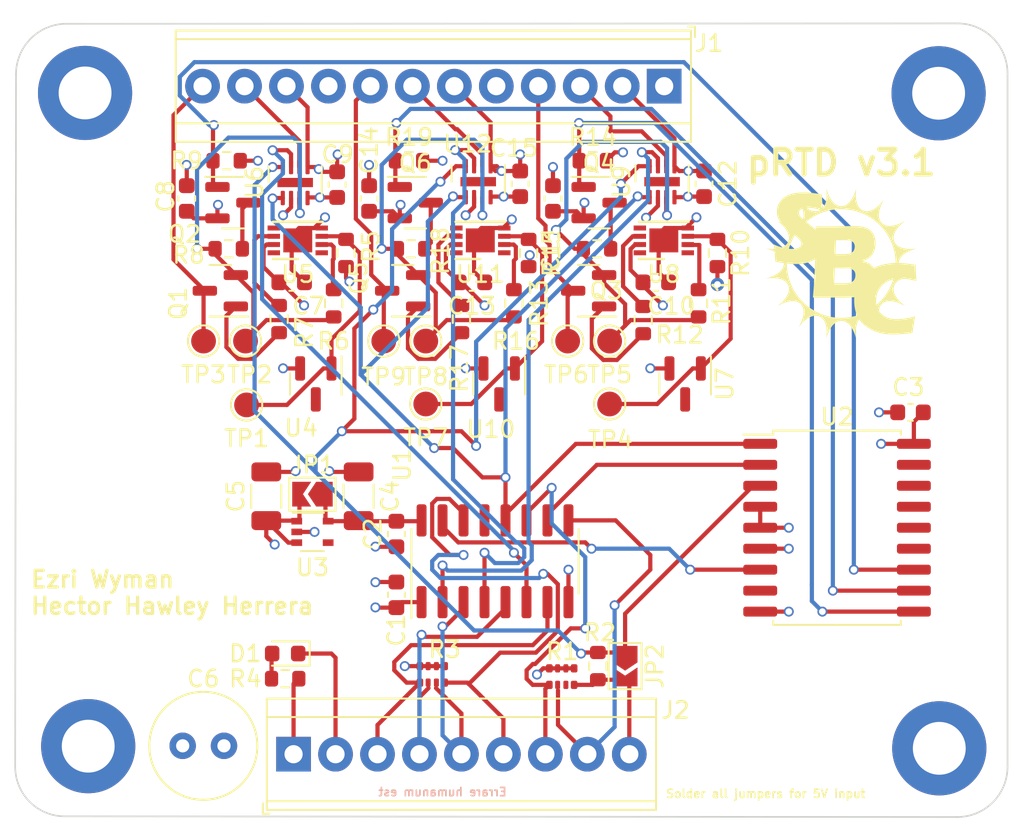
<source format=kicad_pcb>
(kicad_pcb (version 20211014) (generator pcbnew)
  (layers (0 "F.Cu" signal) (1 "In1.Cu" signal) (2 "In2.Cu" signal) (31 "B.Cu" signal) (34 "B.Paste" user) (35 "F.Paste" user) (36 "B.SilkS" user "B.Silkscreen") (37 "F.SilkS" user "F.Silkscreen") (38 "B.Mask" user) (39 "F.Mask" user) (44 "Edge.Cuts" user))
  (net 0 "")
  (net 1 "GND")
  (net 2 "EN0")
  (net 3 "EN2")
  (net 4 "EN1")
  (net 5 "/RTD FRONT END2/V+")
  (net 6 "/RTD FRONT END1/V+")
  (net 7 "/RTD FRONT END/V+")
  (net 8 "MISO")
  (net 9 "SCK")
  (net 10 "MULTI_CS")
  (net 11 "MOSI")
  (net 12 "+5V")
  (net 13 "+3V3")
  (net 14 "Net-(R11-Pad2)")
  (net 15 "CS1")
  (net 16 "CS2")
  (net 17 "CS1_IN")
  (net 18 "CS2_IN")
  (net 19 "MULTI_CS_IN")
  (net 20 "SCK_IN")
  (net 21 "MOSI_IN")
  (net 22 "Net-(D1-Pad2)")
  (net 23 "CS0")
  (net 24 "Net-(Q2-Pad3)")
  (net 25 "Net-(Q4-Pad3)")
  (net 26 "Net-(Q6-Pad3)")
  (net 27 "Net-(Q1-Pad1)")
  (net 28 "Net-(Q3-Pad1)")
  (net 29 "Net-(Q5-Pad1)")
  (net 30 "Net-(R6-Pad2)")
  (net 31 "Net-(R7-Pad2)")
  (net 32 "Net-(R12-Pad2)")
  (net 33 "Net-(R16-Pad2)")
  (net 34 "Net-(R17-Pad2)")
  (net 51 "CS0_IN")
  (net 52 "/RTD FRONT END/Vref")
  (net 53 "/RTD FRONT END2/Vref")
  (net 54 "/RTD FRONT END1/Vref")
  (net 56 "MISO_OUT")
  (net 58 "Net-(R5-Pad2)")
  (net 59 "Net-(R10-Pad2)")
  (net 60 "Net-(R15-Pad2)")
  (net 61 "/RTD FRONT END2/Force+")
  (net 62 "/RTD FRONT END1/Force+")
  (net 63 "/RTD FRONT END/Force+")
  (footprint "TerminalBlock_TE-Connectivity:TerminalBlock_TE_1-282834-2_1x12_P2.54mm_Horizontal" (layer "F.Cu") (at 112.22 83.75 180)
    (fp_text reference "J1")
    (fp_text value "Screw_Terminal_01x12")
  )
  (footprint "MountingHole:MountingHole_3.2mm_M3_ISO7380_Pad" (layer "F.Cu") (at 128.83 84.18)
    (fp_text reference "H4" hide)
    (fp_text value "MountingHole")
  )
  (footprint "TestPoint:TestPoint_Pad_D1.5mm" (layer "F.Cu") (at 97.79 102.997)
    (fp_text reference "TP7")
    (fp_text value "TestPoint")
  )
  (footprint "Resistor_SMD:R_0603_1608Metric" (layer "F.Cu") (at 104.013 93.853 90)
    (fp_text reference "R15")
    (fp_text value "1k")
  )
  (footprint "Package_DFN_QFN:DFN-8-1EP_2x3mm_P0.5mm_EP0.56x2.15mm" (layer "F.Cu") (at 100.965 89.535 90)
    (fp_text reference "U12")
    (fp_text value "LTC2452IDDB#TRMPBF")
  )
  (footprint "Resistor_SMD:R_0603_1608Metric" (layer "F.Cu") (at 96.901 93.599 180)
    (fp_text reference "R18")
    (fp_text value "120")
  )
  (footprint "Capacitor_SMD:C_0603_1608Metric" (layer "F.Cu") (at 111.7115 95.631 180)
    (fp_text reference "C10")
    (fp_text value "100nF")
  )
  (footprint "TestPoint:TestPoint_Pad_D1.5mm" (layer "F.Cu") (at 108.9175 102.997)
    (fp_text reference "TP4")
    (fp_text value "TestPoint")
  )
  (footprint "Capacitor_SMD:C_1206_3216Metric" (layer "F.Cu") (at 93.726 108.585 90)
    (fp_text reference "C4")
    (fp_text value "1 uF")
  )
  (footprint "LED_SMD:LED_0603_1608Metric" (layer "F.Cu") (at 89.281 118.11 180)
    (fp_text reference "D1")
    (fp_text value "LED")
  )
  (footprint "Capacitor_THT:C_Radial_D6.3mm_H11.0mm_P2.50mm" (layer "F.Cu") (at 85.578 123.698 180)
    (fp_text reference "C6")
    (fp_text value "10uF")
  )
  (footprint "Resistor_SMD:R_0603_1608Metric" (layer "F.Cu") (at 103.124 96.901 90)
    (fp_text reference "R16")
    (fp_text value "1k")
  )
  (footprint "Resistor_SMD:R_0603_1608Metric" (layer "F.Cu") (at 85.865 93.599 180)
    (fp_text reference "R8")
    (fp_text value "120")
  )
  (footprint "TestPoint:TestPoint_Pad_D1.5mm" (layer "F.Cu") (at 84.341 99.187)
    (fp_text reference "TP3")
    (fp_text value "TestPoint")
  )
  (footprint "Capacitor_SMD:C_0603_1608Metric" (layer "F.Cu") (at 89.675 95.631 180)
    (fp_text reference "C7")
    (fp_text value "100nF")
  )
  (footprint "Package_DFN_QFN:DFN-8-1EP_2x3mm_P0.5mm_EP0.56x2.15mm" (layer "F.Cu") (at 89.886435 89.58552 90)
    (fp_text reference "U6")
    (fp_text value "LTC2452IDDB#TRMPBF")
  )
  (footprint "Capacitor_SMD:C_0603_1608Metric" (layer "F.Cu") (at 92.426435 89.71252 90)
    (fp_text reference "C9")
    (fp_text value "100nF")
  )
  (footprint "Resistor_SMD:R_0603_1608Metric" (layer "F.Cu") (at 108.204 118.872 90)
    (fp_text reference "R2")
    (fp_text value "576")
  )
  (footprint "Package_TO_SOT_SMD:SOT-23" (layer "F.Cu") (at 85.357 96.139 180)
    (fp_text reference "Q1")
    (fp_text value "DMG2301L-7")
  )
  (footprint "SBC:sbc_silk_mask" (layer "F.Cu") (at 122.936 94.488)
    (fp_text reference "X1" hide)
    (fp_text value "Logo" hide)
  )
  (footprint "Package_TO_SOT_SMD:SOT-23" (layer "F.Cu") (at 91.135 101.78325 -90)
    (fp_text reference "U4")
    (fp_text value "LM4040EIM3-2.5/NOPB")
  )
  (footprint "TestPoint:TestPoint_Pad_D1.5mm" (layer "F.Cu") (at 95.25 99.187)
    (fp_text reference "TP9")
    (fp_text value "TestPoint")
  )
  (footprint "Package_TO_SOT_SMD:SOT-23" (layer "F.Cu") (at 107.6475 96.139 180)
    (fp_text reference "Q3")
    (fp_text value "DMG2301L-7")
  )
  (footprint "Package_DFN_QFN:DFN-8-1EP_3x2mm_P0.5mm_EP1.75x1.45mm" (layer "F.Cu") (at 101.092 93.091 180)
    (fp_text reference "U11")
    (fp_text value "MCP6231-E/MC")
  )
  (footprint "Package_TO_SOT_SMD:SOT-23" (layer "F.Cu") (at 86.119 90.805)
    (fp_text reference "Q2")
    (fp_text value "DMG2301L-7")
  )
  (footprint "TestPoint:TestPoint_Pad_D1.5mm" (layer "F.Cu") (at 106.3775 99.187)
    (fp_text reference "TP6")
    (fp_text value "TestPoint")
  )
  (footprint "SBC:8-RES-NETWORK" (layer "F.Cu") (at 98.933 119.372 180)
    (fp_text reference "R3")
    (fp_text value "CAY10-102J4LF")
  )
  (footprint "Capacitor_SMD:C_0603_1608Metric" (layer "F.Cu") (at 83.325 90.551 -90)
    (fp_text reference "C8")
    (fp_text value "100nF")
  )
  (footprint "Package_DFN_QFN:DFN-8-1EP_2x3mm_P0.5mm_EP0.56x2.15mm" (layer "F.Cu") (at 112.0925 89.535 90)
    (fp_text reference "U9")
    (fp_text value "LTC2452IDDB#TRMPBF")
  )
  (footprint "Resistor_SMD:R_0603_1608Metric" (layer "F.Cu") (at 115.443 93.853 90)
    (fp_text reference "R10")
    (fp_text value "1k")
  )
  (footprint "Package_DFN_QFN:DFN-8-1EP_3x2mm_P0.5mm_EP1.75x1.45mm" (layer "F.Cu") (at 112.1975 93.091 180)
    (fp_text reference "U8")
    (fp_text value "MCP6231-E/MC")
  )
  (footprint "Capacitor_SMD:C_0603_1608Metric" (layer "F.Cu") (at 105.4885 90.551 -90)
    (fp_text reference "C11")
    (fp_text value "100nF")
  )
  (footprint "Capacitor_SMD:C_0603_1608Metric" (layer "F.Cu") (at 114.6325 89.662 90)
    (fp_text reference "C12")
    (fp_text value "100nF")
  )
  (footprint "Resistor_SMD:R_0603_1608Metric" (layer "F.Cu") (at 107.9015 88.265)
    (fp_text reference "R14")
    (fp_text value "1k")
  )
  (footprint "Capacitor_SMD:C_0603_1608Metric" (layer "F.Cu") (at 94.361 90.551 -90)
    (fp_text reference "C14")
    (fp_text value "100nF")
  )
  (footprint "Package_DFN_QFN:DFN-8-1EP_3x2mm_P0.5mm_EP1.75x1.45mm" (layer "F.Cu") (at 90.043 93.091 180)
    (fp_text reference "U5")
    (fp_text value "MCP6231-E/MC")
  )
  (footprint "Package_TO_SOT_SMD:SOT-23" (layer "F.Cu") (at 108.2825 90.805)
    (fp_text reference "Q4")
    (fp_text value "DMG2301L-7")
  )
  (footprint "Package_TO_SOT_SMD:SOT-23" (layer "F.Cu") (at 102.235 101.78325 -90)
    (fp_text reference "U10")
    (fp_text value "LM4040EIM3-2.5/NOPB")
  )
  (footprint "Package_SO:SOIC-16_3.9x9.9mm_P1.27mm" (layer "F.Cu") (at 101.981 112.522 90)
    (fp_text reference "U1")
    (fp_text value "HCF4010YM013TR")
  )
  (footprint "Capacitor_SMD:C_0603_1608Metric" (layer "F.Cu") (at 96.012 114.554 -90)
    (fp_text reference "C1")
    (fp_text value "100nF")
  )
  (footprint "Package_TO_SOT_SMD:SOT-23" (layer "F.Cu") (at 113.4895 101.78325 -90)
    (fp_text reference "U7")
    (fp_text value "LM4040EIM3-2.5/NOPB")
  )
  (footprint "Resistor_SMD:R_0603_1608Metric" (layer "F.Cu") (at 110.9495 97.917 90)
    (fp_text reference "R12")
    (fp_text value "1k")
  )
  (footprint "MountingHole:MountingHole_3.2mm_M3_ISO7380_Pad" (layer "F.Cu") (at 77.36 123.72)
    (fp_text reference "H1" hide)
    (fp_text value "MountingHole")
  )
  (footprint "Resistor_SMD:R_0603_1608Metric" (layer "F.Cu") (at 88.913 97.854 90)
    (fp_text reference "R7")
    (fp_text value "1k")
  )
  (footprint "TestPoint:TestPoint_Pad_D1.5mm" (layer "F.Cu") (at 86.881 99.187)
    (fp_text reference "TP2")
    (fp_text value "TestPoint")
  )
  (footprint "Package_SO:SOIC-18W_7.5x11.6mm_P1.27mm" (layer "F.Cu") (at 122.682 110.49)
    (fp_text reference "U2")
    (fp_text value "MCP23S08")
  )
  (footprint "Package_TO_SOT_SMD:SOT-23" (layer "F.Cu") (at 96.393 96.139 180)
    (fp_text reference "Q5")
    (fp_text value "DMG2301L-7")
  )
  (footprint "Resistor_SMD:R_0603_1608Metric" (layer "F.Cu") (at 99.949 97.854 90)
    (fp_text reference "R17")
    (fp_text value "1k")
  )
  (footprint "MountingHole:MountingHole_3.2mm_M3_ISO7380_Pad" (layer "F.Cu") (at 77.17 84.16)
    (fp_text reference "H3" hide)
    (fp_text value "MountingHole")
  )
  (footprint "SBC:8-RES-NETWORK" (layer "F.Cu") (at 106.77 119.507 180)
    (fp_text reference "R1")
    (fp_text value "CAY10-102J4LF")
  )
  (footprint "Resistor_SMD:R_0603_1608Metric" (layer "F.Cu") (at 108.1555 93.599 180)
    (fp_text reference "R13")
    (fp_text value "120")
  )
  (footprint "Capacitor_SMD:C_0603_1608Metric" (layer "F.Cu") (at 96.012 110.871 90)
    (fp_text reference "C2")
    (fp_text value "100nF")
  )
  (footprint "Jumper:SolderJumper-2_P1.3mm_Open_TrianglePad1.0x1.5mm" (layer "F.Cu") (at 90.932 108.458 180)
    (fp_text reference "JP1")
    (fp_text value "SolderJumper_2_Open")
  )
  (footprint "Resistor_SMD:R_0603_1608Metric" (layer "F.Cu") (at 92.215 96.901 90)
    (fp_text reference "R6")
    (fp_text value "1k")
  )
  (footprint "MountingHole:MountingHole_3.2mm_M3_ISO7380_Pad" (layer "F.Cu") (at 128.87 123.85)
    (fp_text reference "H2" hide)
    (fp_text value "MountingHole")
  )
  (footprint "TestPoint:TestPoint_Pad_D1.5mm" (layer "F.Cu") (at 97.79 99.187)
    (fp_text reference "TP8")
    (fp_text value "TestPoint")
  )
  (footprint "Capacitor_SMD:C_0603_1608Metric" (layer "F.Cu") (at 127.127 103.505 180)
    (fp_text reference "C3")
    (fp_text value "100nF")
  )
  (footprint "Resistor_SMD:R_0603_1608Metric" (layer "F.Cu") (at 96.774 88.265)
    (fp_text reference "R19")
    (fp_text value "1k")
  )
  (footprint "Jumper:SolderJumper-2_P1.3mm_Open_TrianglePad1.0x1.5mm" (layer "F.Cu") (at 109.855 118.872 -90)
    (fp_text reference "JP2")
    (fp_text value "SolderJumper_2_Open")
  )
  (footprint "Resistor_SMD:R_0603_1608Metric" (layer "F.Cu") (at 92.964 93.853 90)
    (fp_text reference "R5")
    (fp_text value "1k")
  )
  (footprint "TestPoint:TestPoint_Pad_D1.5mm" (layer "F.Cu") (at 86.944 103.05325)
    (fp_text reference "TP1")
    (fp_text value "TestPoint")
  )
  (footprint "Resistor_SMD:R_0603_1608Metric" (layer "F.Cu") (at 85.738 88.265)
    (fp_text reference "R9")
    (fp_text value "1k")
  )
  (footprint "Capacitor_SMD:C_0603_1608Metric" (layer "F.Cu") (at 100.584 95.631 180)
    (fp_text reference "C13")
    (fp_text value "100nF")
  )
  (footprint "Resistor_SMD:R_0603_1608Metric" (layer "F.Cu") (at 114.3 96.901 90)
    (fp_text reference "R11")
    (fp_text value "1k")
  )
  (footprint "Package_TO_SOT_SMD:SOT-353_SC-70-5" (layer "F.Cu") (at 90.932 110.744)
    (fp_text reference "U3")
    (fp_text value "MIC5365-3.3YC5")
  )
  (footprint "Capacitor_SMD:C_0603_1608Metric" (layer "F.Cu") (at 103.505 89.662 90)
    (fp_text reference "C15")
    (fp_text value "100nF")
  )
  (footprint "Capacitor_SMD:C_1206_3216Metric" (layer "F.Cu") (at 88.138 108.585 90)
    (fp_text reference "C5")
    (fp_text value "1 uF")
  )
  (footprint "Package_TO_SOT_SMD:SOT-23" (layer "F.Cu") (at 97.155 90.805)
    (fp_text reference "Q6")
    (fp_text value "DMG2301L-7")
  )
  (footprint "TestPoint:TestPoint_Pad_D1.5mm" (layer "F.Cu") (at 108.9175 99.187)
    (fp_text reference "TP5")
    (fp_text value "TestPoint")
  )
  (footprint "TerminalBlock_TE-Connectivity:TerminalBlock_TE_282834-9_1x09_P2.54mm_Horizontal" (layer "F.Cu") (at 89.789 124.206)
    (fp_text reference "J2")
    (fp_text value "Screw_Terminal_01x09")
  )
  (footprint "Resistor_SMD:R_0603_1608Metric" (layer "F.Cu") (at 89.281 119.634 180)
    (fp_text reference "R4")
    (fp_text value "1k")
  )
  (gr_arc (start 72.99 83.03) (mid 73.886253 80.866253) (end 76.05 79.97) (layer "Edge.Cuts") (width 0.1))
  (gr_line (start 132.999982 83) (end 133 124.98) (layer "Edge.Cuts") (width 0.1))
  (gr_arc (start 76.01 127.96868) (mid 73.844367 127.114426) (end 72.94132 124.96868) (layer "Edge.Cuts") (width 0.1))
  (gr_line (start 76.01 127.96868) (end 129.96 128.010016) (layer "Edge.Cuts") (width 0.1))
  (gr_line (start 76.05 79.97) (end 129.99 79.95) (layer "Edge.Cuts") (width 0.1))
  (gr_arc (start 133 124.98) (mid 132.106075 127.123146) (end 129.96 128.010016) (layer "Edge.Cuts") (width 0.1))
  (gr_line (start 72.94132 124.96868) (end 72.99 83.03) (layer "Edge.Cuts") (width 0.1))
  (gr_arc (start 129.99 79.95) (mid 132.128741 80.849564) (end 132.999982 83) (layer "Edge.Cuts") (width 0.1))
  (gr_text "Errare humanum est" (at 98.806 126.492) (layer "B.SilkS") (effects (font (size 0.5 0.5) (thickness 0.1)) (justify mirror)))
  (gr_text "Ezri Wyman\nHector Hawley Herrera\n" (at 73.787 114.427) (layer "F.SilkS") (effects (font (size 1 1) (thickness 0.2)) (justify left)))
  (gr_text "pRTD v3.1\n" (at 122.936 88.392) (layer "F.SilkS") (effects (font (size 1.5 1.5) (thickness 0.3))))
  (gr_text "Solder all jumpers for 5V input\n\n" (at 118.364 127) (layer "F.SilkS") (effects (font (size 0.5 0.5) (thickness 0.1))))
  (segment (start 112.8425 88.5975) (end 113.132 88.887) (width 0.254) (layer "F.Cu") (net 1))
  (segment (start 89.675 92.790843) (end 89.675 93.091) (width 0.254) (layer "F.Cu") (net 1))
  (segment (start 83.325 89.776) (end 83.325 88.532) (width 0.254) (layer "F.Cu") (net 1))
  (segment (start 113.526 92.341) (end 114.173 91.694) (width 0.254) (layer "F.Cu") (net 1))
  (segment (start 106.77 119.007) (end 106.27 119.007) (width 0.254) (layer "F.Cu") (net 1))
  (segment (start 109.728 87.757) (end 109.2345 87.757) (width 0.254) (layer "F.Cu") (net 1))
  (segment (start 112.5395 100.84575) (end 111.38675 100.84575) (width 0.254) (layer "F.Cu") (net 1))
  (segment (start 92.426435 88.93752) (end 92.426435 87.913565) (width 0.254) (layer "F.Cu") (net 1))
  (segment (start 89.636435 91.087544) (end 89.636435 90.52302) (width 0.254) (layer "F.Cu") (net 1))
  (segment (start 90.6125 92.341) (end 90.124843 92.341) (width 0.254) (layer "F.Cu") (net 1))
  (segment (start 83.325 88.532) (end 83.312 88.519) (width 0.254) (layer "F.Cu") (net 1))
  (segment (start 113.132 88.887) (end 113.678 88.887) (width 0.254) (layer "F.Cu") (net 1))
  (segment (start 88.138 107.11) (end 89.867 107.11) (width 0.254) (layer "F.Cu") (net 1))
  (segment (start 106.27 119.007) (end 105.77 119.007) (width 0.254) (layer "F.Cu") (net 1))
  (segment (start 94.755 113.779) (end 94.742 113.792) (width 0.254) (layer "F.Cu") (net 1))
  (segment (start 90.0685 118.11) (end 92.075 118.11) (width 0.254) (layer "F.Cu") (net 1))
  (segment (start 97.599 88.265) (end 98.806 88.265) (width 0.254) (layer "F.Cu") (net 1))
  (segment (start 100.21075 100.84575) (end 100.203 100.838) (width 0.254) (layer "F.Cu") (net 1))
  (segment (start 112.8425 86.9125) (end 109.68 83.75) (width 0.254) (layer "F.Cu") (net 1))
  (segment (start 111.38675 100.84575) (end 111.379 100.838) (width 0.254) (layer "F.Cu") (net 1))
  (segment (start 94.361 89.776) (end 94.361 88.519) (width 0.254) (layer "F.Cu") (net 1))
  (segment (start 102.477 92.341) (end 102.997 91.821) (width 0.254) (layer "F.Cu") (net 1))
  (segment (start 112.8425 88.5975) (end 112.8425 86.9125) (width 0.254) (layer "F.Cu") (net 1))
  (segment (start 90.124843 92.341) (end 89.675 92.790843) (width 0.254) (layer "F.Cu") (net 1))
  (segment (start 101.160843 92.341) (end 100.711 92.790843) (width 0.254) (layer "F.Cu") (net 1))
  (segment (start 102.0045 88.887) (end 101.715 88.5975) (width 0.254) (layer "F.Cu") (net 1))
  (segment (start 112.8245 92.341) (end 112.256 92.341) (width 0.254) (layer "F.Cu") (net 1))
  (segment (start 91.997 107.11) (end 91.948 107.061) (width 0.254) (layer "F.Cu") (net 1))
  (segment (start 111.125 91.7165) (end 111.8425 90.999) (width 0.254) (layer "F.Cu") (net 1))
  (segment (start 112.256 92.341) (end 112.141 92.456) (width 0.254) (layer "F.Cu") (net 1))
  (segment (start 90.185 100.84575) (end 89.16175 100.84575) (width 0.254) (layer "F.Cu") (net 1))
  (segment (start 104.894 119.007) (end 105.27 119.007) (width 0.254) (layer "F.Cu") (net 1))
  (segment (start 90.636435 88.64802) (end 91.18802 88.64802) (width 0.254) (layer "F.Cu") (net 1))
  (segment (start 118.032 110.49) (end 119.761 110.49) (width 0.254) (layer "F.Cu") (net 1))
  (segment (start 89.636435 91.087544) (end 89.156979 91.567) (width 0.254) (layer "F.Cu") (net 1))
  (segment (start 111.8425 90.999) (end 111.8425 90.4725) (width 0.254) (layer "F.Cu") (net 1))
  (segment (start 102.088125 88.5975) (end 102.376251 88.885626) (width 0.254) (layer "F.Cu") (net 1))
  (segment (start 86.563 88.265) (end 87.63 88.265) (width 0.254) (layer "F.Cu") (net 1))
  (segment (start 91.047 92.341) (end 91.694 91.694) (width 0.254) (layer "F.Cu") (net 1))
  (segment (start 89.982 110.744) (end 91.059 110.744) (width 0.254) (layer "F.Cu") (net 1))
  (segment (start 92.426435 87.913565) (end 92.456 87.884) (width 0.254) (layer "F.Cu") (net 1))
  (segment (start 100.715 90.4725) (end 100.715 91.055) (width 0.254) (layer "F.Cu") (net 1))
  (segment (start 126.352 103.505) (end 125.222 103.505) (width 0.254) (layer "F.Cu") (net 1))
  (segment (start 89.16175 100.84575) (end 89.154 100.838) (width 0.254) (layer "F.Cu") (net 1))
  (segment (start 93.726 107.11) (end 91.997 107.11) (width 0.254) (layer "F.Cu") (net 1))
  (segment (start 101.6485 92.341) (end 101.160843 92.341) (width 0.254) (layer "F.Cu") (net 1))
  (segment (start 90.6125 92.341) (end 91.047 92.341) (width 0.254) (layer "F.Cu") (net 1))
  (segment (start 105.4885 89.776) (end 105.4885 88.646) (width 0.254) (layer "F.Cu") (net 1))
  (segment (start 100.711 94.983) (end 100.711 93.091) (width 0.254) (layer "F.Cu") (net 1))
  (segment (start 103.505 88.887) (end 103.505 87.884) (width 0.254) (layer "F.Cu") (net 1))
  (segment (start 101.285 100.84575) (end 100.21075 100.84575) (width 0.254) (layer "F.Cu") (net 1))
  (segment (start 111.887 93.091) (end 111.887 95.0315) (width 0.254) (layer "F.Cu") (net 1))
  (segment (start 100.711 92.790843) (end 100.711 93.091) (width 0.254) (layer "F.Cu") (net 1))
  (segment (start 109.2345 87.757) (end 108.7265 88.265) (width 0.254) (layer "F.Cu") (net 1))
  (segment (start 90.636435 85.026435) (end 89.36 83.75) (width 0.254) (layer "F.Cu") (net 1))
  (segment (start 92.329 118.364) (end 92.329 124.206) (width 0.254) (layer "F.Cu") (net 1))
  (segment (start 90.636435 88.64802) (end 90.636435 85.026435) (width 0.254) (layer "F.Cu") (net 1))
  (segment (start 103.505 88.887) (end 102.0045 88.887) (width 0.254) (layer "F.Cu") (net 1))
  (segment (start 118.032 115.57) (end 119.761 115.57) (width 0.254) (layer "F.Cu") (net 1))
  (segment (start 106.426 114.997) (end 106.426 113.03) (width 0.254) (layer "F.Cu") (net 1))
  (segment (start 96.012 111.646) (end 94.755 111.646) (width 0.254) (layer "F.Cu") (net 1))
  (segment (start 91.18802 88.64802) (end 91.313 88.773) (width 0.254) (layer "F.Cu") (net 1))
  (segment (start 101.359 95.631) (end 100.711 94.983) (width 0.254) (layer "F.Cu") (net 1))
  (segment (start 89.867 107.11) (end 89.916 107.061) (width 0.254) (layer "F.Cu") (net 1))
  (segment (start 118.032 109.22) (end 118.032 110.49) (width 0.254) (layer "F.Cu") (net 1))
  (segment (start 112.8245 92.341) (end 113.526 92.341) (width 0.254) (layer "F.Cu") (net 1))
  (segment (start 105.77 119.007) (end 105.27 119.007) (width 0.254) (layer "F.Cu") (net 1))
  (segment (start 111.887 95.0315) (end 112.4865 95.631) (width 0.254) (layer "F.Cu") (net 1))
  (segment (start 101.6485 92.341) (end 102.477 92.341) (width 0.254) (layer "F.Cu") (net 1))
  (segment (start 91.47752 88.93752) (end 91.313 88.773) (width 0.254) (layer "F.Cu") (net 1))
  (segment (start 89.675 94.856) (end 89.675 93.091) (width 0.254) (layer "F.Cu") (net 1))
  (segment (start 92.075 118.11) (end 92.329 118.364) (width 0.254) (layer "F.Cu") (net 1))
  (segment (start 92.426435 88.93752) (end 91.47752 88.93752) (width 0.254) (layer "F.Cu") (net 1))
  (segment (start 101.715 88.5975) (end 102.088125 88.5975) (width 0.254) (layer "F.Cu") (net 1))
  (segment (start 89.156979 91.567) (end 89.154 91.567) (width 0.254) (layer "F.Cu") (net 1))
  (segment (start 94.755 111.646) (end 94.742 111.633) (width 0.254) (layer "F.Cu") (net 1))
  (segment (start 90.45 95.631) (end 89.675 94.856) (width 0.254) (layer "F.Cu") (net 1))
  (segment (start 100.715 91.055) (end 100.203 91.567) (width 0.254) (layer "F.Cu") (net 1))
  (segment (start 101.715 88.5975) (end 101.715 85.945) (width 0.254) (layer "F.Cu") (net 1))
  (segment (start 96.012 113.779) (end 94.755 113.779) (width 0.254) (layer "F.Cu") (net 1))
  (segment (start 114.6325 88.887) (end 113.678 88.887) (width 0.254) (layer "F.Cu") (net 1))
  (segment (start 101.715 85.945) (end 99.52 83.75) (width 0.254) (layer "F.Cu") (net 1))
  (segment (start 104.521 119.38) (end 104.894 119.007) (width 0.254) (layer "F.Cu") (net 1))
  (via (at 119.761 110.49) (size 0.6) (drill 0.4) (layers "F.Cu" "B.Cu") (net 1))
  (via (at 87.63 88.265) (size 0.6) (drill 0.4) (layers "F.Cu" "B.Cu") (net 1))
  (via (at 98.806 88.265) (size 0.6) (drill 0.4) (layers "F.Cu" "B.Cu") (net 1))
  (via (at 104.521 119.38) (size 0.6) (drill 0.4) (layers "F.Cu" "B.Cu") (net 1))
  (via (at 105.4885 88.646) (size 0.6) (drill 0.4) (layers "F.Cu" "B.Cu") (net 1))
  (via (at 94.742 113.792) (size 0.6) (drill 0.4) (layers "F.Cu" "B.Cu") (net 1))
  (via (at 125.222 103.505) (size 0.6) (drill 0.4) (layers "F.Cu" "B.Cu") (net 1))
  (via (at 100.203 91.567) (size 0.6) (drill 0.4) (layers "F.Cu" "B.Cu") (net 1))
  (via (at 94.742 111.633) (size 0.6) (drill 0.4) (layers "F.Cu" "B.Cu") (net 1))
  (via (at 89.916 107.061) (size 0.6) (drill 0.4) (layers "F.Cu" "B.Cu") (net 1))
  (via (at 100.203 100.838) (size 0.6) (drill 0.4) (layers "F.Cu" "B.Cu") (net 1))
  (via (at 91.313 88.773) (size 0.6) (drill 0.4) (layers "F.Cu" "B.Cu") (net 1))
  (via (at 91.694 91.694) (size 0.6) (drill 0.4) (layers "F.Cu" "B.Cu") (net 1))
  (via (at 89.154 100.838) (size 0.6) (drill 0.4) (layers "F.Cu" "B.Cu") (net 1))
  (via (at 111.125 91.7165) (size 0.6) (drill 0.4) (layers "F.Cu" "B.Cu") (net 1))
  (via (at 92.456 87.884) (size 0.6) (drill 0.4) (layers "F.Cu" "B.Cu") (net 1))
  (via (at 102.376251 88.885626) (size 0.6) (drill 0.4) (layers "F.Cu" "B.Cu") (net 1))
  (via (at 89.154 91.567) (size 0.6) (drill 0.4) (layers "F.Cu" "B.Cu") (net 1))
  (via (at 102.997 91.821) (size 0.6) (drill 0.4) (layers "F.Cu" "B.Cu") (net 1))
  (via (at 109.728 87.757) (size 0.6) (drill 0.4) (layers "F.Cu" "B.Cu") (net 1))
  (via (at 94.361 88.519) (size 0.6) (drill 0.4) (layers "F.Cu" "B.Cu") (net 1))
  (via (at 113.678 88.887) (size 0.6) (drill 0.4) (layers "F.Cu" "B.Cu") (net 1))
  (via (at 91.059 110.744) (size 0.6) (drill 0.4) (layers "F.Cu" "B.Cu") (net 1))
  (via (at 119.761 115.57) (size 0.6) (drill 0.4) (layers "F.Cu" "B.Cu") (net 1))
  (via (at 91.948 107.061) (size 0.6) (drill 0.4) (layers "F.Cu" "B.Cu") (net 1))
  (via (at 103.505 87.884) (size 0.6) (drill 0.4) (layers "F.Cu" "B.Cu") (net 1))
  (via (at 83.312 88.519) (size 0.6) (drill 0.4) (layers "F.Cu" "B.Cu") (net 1))
  (via (at 111.379 100.838) (size 0.6) (drill 0.4) (layers "F.Cu" "B.Cu") (net 1))
  (via (at 114.173 91.694) (size 0.6) (drill 0.4) (layers "F.Cu" "B.Cu") (net 1))
  (via (at 106.426 113.03) (size 0.6) (drill 0.4) (layers "F.Cu" "B.Cu") (net 1))
  (segment (start 123.698 113.03) (end 127.332 113.03) (width 0.254) (layer "F.Cu") (net 2))
  (segment (start 84.913 88.265) (end 84.913 89.5865) (width 0.254) (layer "F.Cu") (net 2))
  (segment (start 84.913 88.265) (end 84.913 86.156) (width 0.254) (layer "F.Cu") (net 2))
  (segment (start 84.913 89.5865) (end 85.1815 89.855) (width 0.254) (layer "F.Cu") (net 2))
  (segment (start 84.913 86.156) (end 84.963 86.106) (width 0.254) (layer "F.Cu") (net 2))
  (via (at 123.698 113.03) (size 0.6) (drill 0.4) (layers "F.Cu" "B.Cu") (net 2))
  (via (at 84.963 86.106) (size 0.6) (drill 0.4) (layers "F.Cu" "B.Cu") (net 2))
  (segment (start 113.411 82.296) (end 123.698 92.583) (width 0.254) (layer "B.Cu") (net 2))
  (segment (start 84.689318 86.106) (end 82.903489 84.320171) (width 0.254) (layer "B.Cu") (net 2))
  (segment (start 82.903489 83.179829) (end 83.787318 82.296) (width 0.254) (layer "B.Cu") (net 2))
  (segment (start 123.698 92.583) (end 123.698 113.03) (width 0.254) (layer "B.Cu") (net 2))
  (segment (start 84.963 86.106) (end 84.689318 86.106) (width 0.254) (layer "B.Cu") (net 2))
  (segment (start 83.787318 82.296) (end 113.411 82.296) (width 0.254) (layer "B.Cu") (net 2))
  (segment (start 82.903489 84.320171) (end 82.903489 83.179829) (width 0.254) (layer "B.Cu") (net 2))
  (segment (start 107.0765 88.265) (end 107.0765 85.9945) (width 0.254) (layer "F.Cu") (net 3))
  (segment (start 107.0765 85.9945) (end 107.061 85.979) (width 0.254) (layer "F.Cu") (net 3))
  (segment (start 121.793 115.57) (end 127.332 115.57) (width 0.254) (layer "F.Cu") (net 3))
  (segment (start 107.0765 88.265) (end 107.0765 89.5865) (width 0.254) (layer "F.Cu") (net 3))
  (segment (start 107.0765 89.5865) (end 107.345 89.855) (width 0.254) (layer "F.Cu") (net 3))
  (via (at 121.793 115.57) (size 0.6) (drill 0.4) (layers "F.Cu" "B.Cu") (net 3))
  (via (at 107.061 85.979) (size 0.6) (drill 0.4) (layers "F.Cu" "B.Cu") (net 3))
  (segment (start 121.158 95.480979) (end 121.158 113.919) (width 0.254) (layer "B.Cu") (net 3))
  (segment (start 107.061 85.979) (end 111.656021 85.979) (width 0.254) (layer "B.Cu") (net 3))
  (segment (start 111.656021 85.979) (end 121.158 95.480979) (width 0.254) (layer "B.Cu") (net 3))
  (segment (start 121.158 114.935) (end 121.793 115.57) (width 0.254) (layer "B.Cu") (net 3))
  (segment (start 121.158 113.919) (end 121.158 114.935) (width 0.254) (layer "B.Cu") (net 3))
  (segment (start 95.949 88.265) (end 95.949 86.042) (width 0.254) (layer "F.Cu") (net 4))
  (segment (start 95.949 89.5865) (end 96.2175 89.855) (width 0.254) (layer "F.Cu") (net 4))
  (segment (start 95.949 88.265) (end 95.949 89.5865) (width 0.254) (layer "F.Cu") (net 4))
  (segment (start 122.428 114.3) (end 127.332 114.3) (width 0.254) (layer "F.Cu") (net 4))
  (segment (start 95.949 86.042) (end 96.012 85.979) (width 0.254) (layer "F.Cu") (net 4))
  (via (at 96.012 85.979) (size 0.6) (drill 0.4) (layers "F.Cu" "B.Cu") (net 4))
  (via (at 122.428 114.3) (size 0.6) (drill 0.4) (layers "F.Cu" "B.Cu") (net 4))
  (segment (start 96.012 85.979) (end 96.864489 85.126511) (width 0.254) (layer "B.Cu") (net 4))
  (segment (start 111.444906 85.126511) (end 122.428 96.109605) (width 0.254) (layer "B.Cu") (net 4))
  (segment (start 96.864489 85.126511) (end 111.444906 85.126511) (width 0.254) (layer "B.Cu") (net 4))
  (segment (start 122.428 96.109605) (end 122.428 114.3) (width 0.254) (layer "B.Cu") (net 4))
  (segment (start 108.966 86.487) (end 108.966 85.576) (width 0.254) (layer "F.Cu") (net 5))
  (segment (start 110.861031 86.487) (end 108.966 86.487) (width 0.254) (layer "F.Cu") (net 5))
  (segment (start 112.3425 87.968469) (end 110.861031 86.487) (width 0.254) (layer "F.Cu") (net 5))
  (segment (start 112.3425 88.5975) (end 112.3425 87.968469) (width 0.254) (layer "F.Cu") (net 5))
  (segment (start 108.966 85.576) (end 107.14 83.75) (width 0.254) (layer "F.Cu") (net 5))
  (segment (start 99.695 86.36) (end 99.59 86.36) (width 0.254) (layer "F.Cu") (net 6))
  (segment (start 101.215 88.5975) (end 101.215 87.88) (width 0.254) (layer "F.Cu") (net 6))
  (segment (start 101.215 87.88) (end 99.695 86.36) (width 0.254) (layer "F.Cu") (net 6))
  (segment (start 99.59 86.36) (end 96.98 83.75) (width 0.254) (layer "F.Cu") (net 6))
  (segment (start 90.136435 87.066435) (end 86.82 83.75) (width 0.254) (layer "F.Cu") (net 7))
  (segment (start 90.136435 88.64802) (end 90.136435 87.066435) (width 0.254) (layer "F.Cu") (net 7))
  (segment (start 118.032 107.95) (end 117.603099 107.95) (width 0.254) (layer "F.Cu") (net 8))
  (segment (start 100.838 105.537) (end 99.949 104.648) (width 0.254) (layer "F.Cu") (net 8))
  (segment (start 110.6655 88.5975) (end 111.3425 88.5975) (width 0.254) (layer "F.Cu") (net 8))
  (segment (start 99.6165 88.5975) (end 100.215 88.5975) (width 0.254) (layer "F.Cu") (net 8))
  (segment (start 88.52102 88.64802) (end 88.519 88.646) (width 0.254) (layer "F.Cu") (net 8))
  (segment (start 109.8175 118.047) (end 109.855 118.0845) (width 0.254) (layer "F.Cu") (net 8))
  (segment (start 107.188 118.11) (end 107.251 118.047) (width 0.254) (layer "F.Cu") (net 8))
  (segment (start 98.679 89.535) (end 99.6165 88.5975) (width 0.254) (layer "F.Cu") (net 8))
  (segment (start 108.204 118.047) (end 109.8175 118.047) (width 0.254) (layer "F.Cu") (net 8))
  (segment (start 117.603099 107.95) (end 109.855 115.698099) (width 0.254) (layer "F.Cu") (net 8))
  (segment (start 94.615 97.282) (end 93.47004 98.42696) (width 0.254) (layer "F.Cu") (net 8))
  (segment (start 109.601 89.662) (end 110.6655 88.5975) (width 0.254) (layer "F.Cu") (net 8))
  (segment (start 93.47004 98.42696) (end 93.47004 103.88796) (width 0.254) (layer "F.Cu") (net 8))
  (segment (start 89.136435 88.64802) (end 88.52102 88.64802) (width 0.254) (layer "F.Cu") (net 8))
  (segment (start 99.949 104.648) (end 92.71 104.648) (width 0.254) (layer "F.Cu") (net 8))
  (segment (start 109.855 115.698099) (end 109.855 118.0845) (width 0.254) (layer "F.Cu") (net 8))
  (segment (start 93.47004 103.88796) (end 92.71 104.648) (width 0.254) (layer "F.Cu") (net 8))
  (segment (start 107.251 118.047) (end 108.204 118.047) (width 0.254) (layer "F.Cu") (net 8))
  (via (at 107.188 118.11) (size 0.6) (drill 0.4) (layers "F.Cu" "B.Cu") (net 8))
  (via (at 100.838 105.537) (size 0.6) (drill 0.4) (layers "F.Cu" "B.Cu") (net 8))
  (via (at 109.601 89.662) (size 0.6) (drill 0.4) (layers "F.Cu" "B.Cu") (net 8))
  (via (at 94.615 97.282) (size 0.6) (drill 0.4) (layers "F.Cu" "B.Cu") (net 8))
  (via (at 92.71 104.648) (size 0.6) (drill 0.4) (layers "F.Cu" "B.Cu") (net 8))
  (via (at 98.679 89.535) (size 0.6) (drill 0.4) (layers "F.Cu" "B.Cu") (net 8))
  (via (at 88.519 88.646) (size 0.6) (drill 0.4) (layers "F.Cu" "B.Cu") (net 8))
  (segment (start 87.43048 103.429501) (end 91.12399 107.12301) (width 0.254) (layer "B.Cu") (net 8))
  (segment (start 95.749511 92.408377) (end 95.749511 96.147489) (width 0.254) (layer "B.Cu") (net 8))
  (segment (start 109.601 89.662) (end 109.601 90.458524) (width 0.254) (layer "B.Cu") (net 8))
  (segment (start 105.791 116.713) (end 100.713979 116.713) (width 0.254) (layer "B.Cu") (net 8))
  (segment (start 87.43048 89.73452) (end 87.43048 103.429501) (width 0.254) (layer "B.Cu") (net 8))
  (segment (start 100.838 99.221524) (end 100.838 105.537) (width 0.254) (layer "B.Cu") (net 8))
  (segment (start 98.622888 89.535) (end 95.749511 92.408377) (width 0.254) (layer "B.Cu") (net 8))
  (segment (start 98.679 89.535) (end 98.622888 89.535) (width 0.254) (layer "B.Cu") (net 8))
  (segment (start 100.713979 116.713) (end 91.12399 107.12301) (width 0.254) (layer "B.Cu") (net 8))
  (segment (start 109.601 90.458524) (end 100.838 99.221524) (width 0.254) (layer "B.Cu") (net 8))
  (segment (start 107.188 118.11) (end 105.791 116.713) (width 0.254) (layer "B.Cu") (net 8))
  (segment (start 88.519 88.646) (end 87.43048 89.73452) (width 0.254) (layer "B.Cu") (net 8))
  (segment (start 91.12399 106.23401) (end 91.12399 107.12301) (width 0.254) (layer "B.Cu") (net 8))
  (segment (start 95.749511 96.147489) (end 94.615 97.282) (width 0.254) (layer "B.Cu") (net 8))
  (segment (start 92.71 104.648) (end 91.12399 106.23401) (width 0.254) (layer "B.Cu") (net 8))
  (segment (start 89.136435 90.52302) (end 88.54698 90.52302) (width 0.254) (layer "F.Cu") (net 9))
  (segment (start 118.032 105.41) (end 106.874099 105.41) (width 0.254) (layer "F.Cu") (net 9))
  (segment (start 99.441 105.664) (end 101.219 107.442) (width 0.254) (layer "F.Cu") (net 9))
  (segment (start 106.874099 105.41) (end 102.616 109.668099) (width 0.254) (layer "F.Cu") (net 9))
  (segment (start 99.4895 90.4725) (end 99.441 90.424) (width 0.254) (layer "F.Cu") (net 9))
  (segment (start 101.219 107.442) (end 102.616 107.442) (width 0.254) (layer "F.Cu") (net 9))
  (segment (start 110.6655 90.4725) (end 110.617 90.424) (width 0.254) (layer "F.Cu") (net 9))
  (segment (start 98.298 105.664) (end 99.441 105.664) (width 0.254) (layer "F.Cu") (net 9))
  (segment (start 102.616 107.442) (end 102.616 110.047) (width 0.254) (layer "F.Cu") (net 9))
  (segment (start 88.54698 90.52302) (end 88.519 90.551) (width 0.254) (layer "F.Cu") (net 9))
  (segment (start 102.616 109.668099) (end 102.616 110.047) (width 0.254) (layer "F.Cu") (net 9))
  (segment (start 100.215 90.4725) (end 99.4895 90.4725) (width 0.254) (layer "F.Cu") (net 9))
  (segment (start 111.3425 90.4725) (end 110.6655 90.4725) (width 0.254) (layer "F.Cu") (net 9))
  (via (at 88.519 90.551) (size 0.6) (drill 0.4) (layers "F.Cu" "B.Cu") (net 9))
  (via (at 99.441 90.424) (size 0.6) (drill 0.4) (layers "F.Cu" "B.Cu") (net 9))
  (via (at 98.298 105.664) (size 0.6) (drill 0.4) (layers "F.Cu" "B.Cu") (net 9))
  (via (at 110.617 90.424) (size 0.6) (drill 0.4) (layers "F.Cu" "B.Cu") (net 9))
  (via (at 102.616 107.442) (size 0.6) (drill 0.4) (layers "F.Cu" "B.Cu") (net 9))
  (segment (start 99.441 90.424) (end 97.917 91.948) (width 0.254) (layer "B.Cu") (net 9))
  (segment (start 93.853 97.152021) (end 93.853 101.219) (width 0.254) (layer "B.Cu") (net 9))
  (segment (start 97.917 97.155) (end 93.853 101.219) (width 0.254) (layer "B.Cu") (net 9))
  (segment (start 97.917 91.948) (end 97.917 97.155) (width 0.254) (layer "B.Cu") (net 9))
  (segment (start 110.617 90.424) (end 102.616 98.425) (width 0.254) (layer "B.Cu") (net 9))
  (segment (start 102.616 107.315) (end 102.616 107.442) (width 0.254) (layer "B.Cu") (net 9))
  (segment (start 93.853 101.219) (end 98.298 105.664) (width 0.254) (layer "B.Cu") (net 9))
  (segment (start 88.519 91.818021) (end 93.853 97.152021) (width 0.254) (layer "B.Cu") (net 9))
  (segment (start 102.616 98.425) (end 102.616 107.315) (width 0.254) (layer "B.Cu") (net 9))
  (segment (start 88.519 90.551) (end 88.519 91.818021) (width 0.254) (layer "B.Cu") (net 9))
  (segment (start 99.759099 111.379) (end 98.806 110.425901) (width 0.254) (layer "F.Cu") (net 10))
  (segment (start 118.032 113.03) (end 113.792 113.03) (width 0.254) (layer "F.Cu") (net 10))
  (segment (start 107.442 111.379) (end 99.759099 111.379) (width 0.254) (layer "F.Cu") (net 10))
  (segment (start 98.806 110.425901) (end 98.806 110.047) (width 0.254) (layer "F.Cu") (net 10))
  (segment (start 107.823 111.76) (end 107.442 111.379) (width 0.254) (layer "F.Cu") (net 10))
  (via (at 107.823 111.76) (size 0.6) (drill 0.4) (layers "F.Cu" "B.Cu") (net 10))
  (via (at 113.792 113.03) (size 0.6) (drill 0.4) (layers "F.Cu" "B.Cu") (net 10))
  (segment (start 113.792 113.03) (end 112.522 111.76) (width 0.254) (layer "B.Cu") (net 10))
  (segment (start 112.522 111.76) (end 107.823 111.76) (width 0.254) (layer "B.Cu") (net 10))
  (segment (start 105.156 109.668099) (end 105.156 110.047) (width 0.254) (layer "F.Cu") (net 11))
  (segment (start 118.032 106.68) (end 108.144099 106.68) (width 0.254) (layer "F.Cu") (net 11))
  (segment (start 108.144099 106.68) (end 105.156 109.668099) (width 0.254) (layer "F.Cu") (net 11))
  (segment (start 99.949 95.631) (end 101.346 97.028) (width 0.254) (layer "F.Cu") (net 12))
  (segment (start 88.155 93.341) (end 88.7375 93.341) (width 0.254) (layer "F.Cu") (net 12))
  (segment (start 88.138 110.998) (end 88.646 111.506) (width 0.254) (layer "F.Cu") (net 12))
  (segment (start 83.754 91.755) (end 83.325 91.326) (width 0.254) (layer "F.Cu") (net 12))
  (segment (start 113.6165 90.4725) (end 113.652 90.437) (width 0.254) (layer "F.Cu") (net 12))
  (segment (start 85.1815 91.755) (end 83.754 91.755) (width 0.254) (layer "F.Cu") (net 12))
  (segment (start 89.027 95.631) (end 90.424 97.028) (width 0.254) (layer "F.Cu") (net 12))
  (segment (start 88.9 95.631) (end 87.97348 94.70448) (width 0.254) (layer "F.Cu") (net 12))
  (segment (start 107.345 91.755) (end 107.345 90.8535) (width 0.254) (layer "F.Cu") (net 12))
  (segment (start 99.285843 93.341) (end 99.7735 93.341) (width 0.254) (layer "F.Cu") (net 12))
  (segment (start 85.1815 90.9675) (end 85.217 90.932) (width 0.254) (layer "F.Cu") (net 12))
  (segment (start 99.809 95.631) (end 99.949 95.631) (width 0.254) (layer "F.Cu") (net 12))
  (segment (start 96.012 115.329) (end 94.755 115.329) (width 0.254) (layer "F.Cu") (net 12))
  (segment (start 98.433 118.872) (end 97.933 118.872) (width 0.254) (layer "F.Cu") (net 12))
  (segment (start 104.084661 94.606339) (end 104.013 94.678) (width 0.25) (layer "F.Cu") (net 12))
  (segment (start 89.948 110.06) (end 89.982 110.094) (width 0.254) (layer "F.Cu") (net 12))
  (segment (start 90.671935 90.48752) (end 90.636435 90.52302) (width 0.254) (layer "F.Cu") (net 12))
  (segment (start 99.00948 94.83148) (end 99.00948 93.617363) (width 0.254) (layer "F.Cu") (net 12))
  (segment (start 90.1445 109.9315) (end 89.982 110.094) (width 0.254) (layer "F.Cu") (net 12))
  (segment (start 88.138 110.06) (end 88.138 110.998) (width 0.254) (layer "F.Cu") (net 12))
  (segment (start 89.472 111.394) (end 89.982 111.394) (width 0.254) (layer "F.Cu") (net 12))
  (segment (start 98.933 118.872) (end 98.433 118.872) (width 0.254) (layer "F.Cu") (net 12))
  (segment (start 99.00948 93.617363) (end 99.285843 93.341) (width 0.254) (layer "F.Cu") (net 12))
  (segment (start 97.433 118.872) (end 96.52 118.872) (width 0.254) (layer "F.Cu") (net 12))
  (segment (start 89.7 124.303225) (end 89.690725 124.3125) (width 0.25) (layer "F.Cu") (net 12))
  (segment (start 90.106 119.634) (end 89.789 119.951) (width 0.254) (layer "F.Cu") (net 12))
  (segment (start 89.789 119.951) (end 89.789 124.206) (width 0.254) (layer "F.Cu") (net 12))
  (segment (start 110.9365 95.631) (end 110.9365 95.8235) (width 0.254) (layer "F.Cu") (net 12))
  (segment (start 99.809 95.631) (end 99.00948 94.83148) (width 0.254) (layer "F.Cu") (net 12))
  (segment (start 112.8425 90.4725) (end 113.6165 90.4725) (width 0.254) (layer "F.Cu") (net 12))
  (segment (start 115.443 94.678) (end 115.443 95.758) (width 0.25) (layer "F.Cu") (net 12))
  (segment (start 88.138 110.06) (end 89.472 111.394) (width 0.254) (layer "F.Cu") (net 12))
  (segment (start 110.18548 93.617363) (end 110.461843 93.341) (width 0.254) (layer "F.Cu") (net 12))
  (segment (start 94.361 91.326) (end 95.7885 91.326) (width 0.254) (layer "F.Cu") (net 12))
  (segment (start 127.332 105.41) (end 127.332 104.075) (width 0.254) (layer "F.Cu") (net 12))
  (segment (start 87.97348 93.52252) (end 88.155 93.341) (width 0.254) (layer "F.Cu") (net 12))
  (segment (start 114.6325 90.437) (end 113.652 90.437) (width 0.254) (layer "F.Cu") (net 12))
  (segment (start 97.933 118.872) (end 97.433 118.872) (width 0.254) (layer "F.Cu") (net 12))
  (segment (start 94.755 115.329) (end 94.742 115.316) (width 0.254) (layer "F.Cu") (net 12))
  (segment (start 110.9365 95.8235) (end 112.141 97.028) (width 0.254) (layer "F.Cu") (net 12))
  (segment (start 90.1445 108.458) (end 90.1445 109.9315) (width 0.254) (layer "F.Cu") (net 12))
  (segment (start 92.426435 90.48752) (end 90.671935 90.48752) (width 0.254) (layer "F.Cu") (net 12))
  (segment (start 110.461843 93.341) (end 110.9495 93.341) (width 0.254) (layer "F.Cu") (net 12))
  (segment (start 96.2175 91.755) (end 96.2175 90.9805) (width 0.254) (layer "F.Cu") (net 12))
  (segment (start 101.7505 90.437) (end 101.715 90.4725) (width 0.254) (layer "F.Cu") (net 12))
  (segment (start 106.916 91.326) (end 107.345 91.755) (width 0.254) (layer "F.Cu") (net 12))
  (segment (start 87.97348 94.70448) (end 87.97348 93.52252) (width 0.254) (layer "F.Cu") (net 12))
  (segment (start 110.9365 95.631) (end 110.18548 94.87998) (width 0.254) (layer "F.Cu") (net 12))
  (segment (start 96.2175 90.9805) (end 96.266 90.932) (width 0.254) (layer "F.Cu") (net 12))
  (segment (start 127.332 105.41) (end 125.349 105.41) (width 0.254) (layer "F.Cu") (net 12))
  (segment (start 105.4885 91.326) (end 106.916 91.326) (width 0.254) (layer "F.Cu") (net 12))
  (segment (start 107.345 90.8535) (end 107.3935 90.805) (width 0.254) (layer "F.Cu") (net 12))
  (segment (start 95.7885 91.326) (end 96.2175 91.755) (width 0.254) (layer "F.Cu") (net 12))
  (segment (start 118.032 111.76) (end 119.761 111.76) (width 0.254) (layer "F.Cu") (net 12))
  (segment (start 92.964 94.678) (end 92.964 95.377014) (width 0.25) (layer "F.Cu") (net 12))
  (segment (start 88.9 95.631) (end 89.027 95.631) (width 0.254) (layer "F.Cu") (net 12))
  (segment (start 96.344 114.997) (end 96.012 115.329) (width 0.254) (layer "F.Cu") (net 12))
  (segment (start 88.138 110.06) (end 89.948 110.06) (width 0.254) (layer "F.Cu") (net 12))
  (segment (start 110.18548 94.87998) (end 110.18548 93.617363) (width 0.254) (layer "F.Cu") (net 12))
  (segment (start 104.084661 93.982839) (end 104.084661 94.606339) (width 0.25) (layer "F.Cu") (net 12))
  (segment (start 92.964 95.377014) (end 93.168338 95.581352) (width 0.25) (layer "F.Cu") (net 12))
  (segment (start 85.1815 91.755) (end 85.1815 90.9675) (width 0.254) (layer "F.Cu") (net 12))
  (segment (start 127.332 104.075) (end 127.902 103.505) (width 0.254) (layer "F.Cu") (net 12))
  (segment (start 103.505 90.437) (end 102.502 90.437) (width 0.254) (layer "F.Cu") (net 12))
  (segment (start 102.502 90.437) (end 101.7505 90.437) (width 0.254) (layer "F.Cu") (net 12))
  (segment (start 97.536 114.997) (end 96.344 114.997) (width 0.254) (layer "F.Cu") (net 12))
  (via (at 112.141 97.028) (size 0.6) (drill 0.4) (layers "F.Cu" "B.Cu") (net 12))
  (via (at 93.168338 95.581352) (size 0.6) (drill 0.4) (layers "F.Cu" "B.Cu") (net 12))
  (via (at 88.646 111.506) (size 0.6) (drill 0.4) (layers "F.Cu" "B.Cu") (net 12))
  (via (at 94.742 115.316) (size 0.6) (drill 0.4) (layers "F.Cu" "B.Cu") (net 12))
  (via (at 115.443 95.758) (size 0.8) (drill 0.4) (layers "F.Cu" "B.Cu") (net 12))
  (via (at 91.37652 90.48752) (size 0.6) (drill 0.4) (layers "F.Cu" "B.Cu") (net 12))
  (via (at 96.266 90.932) (size 0.6) (drill 0.4) (layers "F.Cu" "B.Cu") (net 12))
  (via (at 102.502 90.437) (size 0.6) (drill 0.4) (layers "F.Cu" "B.Cu") (net 12))
  (via (at 107.3935 90.805) (size 0.6) (drill 0.4) (layers "F.Cu" "B.Cu") (net 12))
  (via (at 119.761 111.76) (size 0.6) (drill 0.4) (layers "F.Cu" "B.Cu") (net 12))
  (via (at 101.346 97.028) (size 0.6) (drill 0.4) (layers "F.Cu" "B.Cu") (net 12))
  (via (at 125.349 105.41) (size 0.6) (drill 0.4) (layers "F.Cu" "B.Cu") (net 12))
  (via (at 113.652 90.437) (size 0.6) (drill 0.4) (layers "F.Cu" "B.Cu") (net 12))
  (via (at 104.084661 93.982839) (size 0.6) (drill 0.4) (layers "F.Cu" "B.Cu") (net 12))
  (via (at 90.424 97.028) (size 0.6) (drill 0.4) (layers "F.Cu" "B.Cu") (net 12))
  (via (at 96.52 118.872) (size 0.6) (drill 0.4) (layers "F.Cu" "B.Cu") (net 12))
  (via (at 85.217 90.932) (size 0.6) (drill 0.4) (layers "F.Cu" "B.Cu") (net 12))
  (segment (start 91.7195 108.458) (end 91.7195 109.9315) (width 0.254) (layer "F.Cu") (net 13))
  (segment (start 96.012 110.096) (end 97.487 110.096) (width 0.254) (layer "F.Cu") (net 13))
  (segment (start 93.762 110.096) (end 93.726 110.06) (width 0.254) (layer "F.Cu") (net 13))
  (segment (start 91.7195 109.9315) (end 91.882 110.094) (width 0.254) (layer "F.Cu") (net 13))
  (segment (start 97.487 110.096) (end 97.536 110.047) (width 0.254) (layer "F.Cu") (net 13))
  (segment (start 93.692 110.094) (end 93.726 110.06) (width 0.254) (layer "F.Cu") (net 13))
  (segment (start 91.882 110.094) (end 93.692 110.094) (width 0.254) (layer "F.Cu") (net 13))
  (segment (start 96.012 110.096) (end 93.762 110.096) (width 0.254) (layer "F.Cu") (net 13))
  (segment (start 114.347011 93.366489) (end 113.411 93.366489) (width 0.25) (layer "F.Cu") (net 14))
  (segment (start 114.3 96.076) (end 114.347011 96.028989) (width 0.25) (layer "F.Cu") (net 14))
  (segment (start 114.347011 96.028989) (end 114.347011 93.366489) (width 0.25) (layer "F.Cu") (net 14))
  (segment (start 100.715 88.5975) (end 100.715 88.109843) (width 0.254) (layer "F.Cu") (net 15))
  (segment (start 101.346 112.0055) (end 101.346 114.997) (width 0.254) (layer "F.Cu") (net 15))
  (segment (start 100.715 88.109843) (end 100.226657 87.6215) (width 0.254) (layer "F.Cu") (net 15))
  (segment (start 100.226657 87.6215) (end 99.568 87.6215) (width 0.254) (layer "F.Cu") (net 15))
  (via (at 99.568 87.6215) (size 0.6) (drill 0.4) (layers "F.Cu" "B.Cu") (net 15))
  (via (at 101.346 112.0055) (size 0.6) (drill 0.4) (layers "F.Cu" "B.Cu") (net 15))
  (segment (start 103.257363 111.378989) (end 99.441 107.562626) (width 0.254) (layer "B.Cu") (net 15))
  (segment (start 100.131747 88.185247) (end 99.568 87.6215) (width 0.254) (layer "B.Cu") (net 15))
  (segment (start 99.441 107.562626) (end 99.441 91.442979) (width 0.254) (layer "B.Cu") (net 15))
  (segment (start 103.750511 112.26501) (end 103.750511 111.74599) (width 0.254) (layer "B.Cu") (net 15))
  (segment (start 100.131747 90.752232) (end 100.131747 88.185247) (width 0.254) (layer "B.Cu") (net 15))
  (segment (start 103.38351 111.378989) (end 103.257363 111.378989) (width 0.254) (layer "B.Cu") (net 15))
  (segment (start 99.441 91.442979) (end 100.131747 90.752232) (width 0.254) (layer "B.Cu") (net 15))
  (segment (start 103.750511 111.74599) (end 103.38351 111.378989) (width 0.254) (layer "B.Cu") (net 15))
  (segment (start 101.972511 112.632011) (end 103.38351 112.632011) (width 0.254) (layer "B.Cu") (net 15))
  (segment (start 101.346 112.0055) (end 101.972511 112.632011) (width 0.254) (layer "B.Cu") (net 15))
  (segment (start 103.38351 112.632011) (end 103.750511 112.26501) (width 0.254) (layer "B.Cu") (net 15))
  (segment (start 110.867513 87.7485) (end 111.481157 87.7485) (width 0.254) (layer "F.Cu") (net 16))
  (segment (start 111.481157 87.7485) (end 111.8425 88.109843) (width 0.254) (layer "F.Cu") (net 16))
  (segment (start 98.806 112.776) (end 98.806 114.997) (width 0.254) (layer "F.Cu") (net 16))
  (segment (start 111.8425 88.109843) (end 111.8425 88.5975) (width 0.254) (layer "F.Cu") (net 16))
  (via (at 98.806 112.776) (size 0.6) (drill 0.4) (layers "F.Cu" "B.Cu") (net 16))
  (via (at 110.867513 87.7485) (size 0.6) (drill 0.4) (layers "F.Cu" "B.Cu") (net 16))
  (segment (start 104.013 97.914021) (end 104.013 111.367106) (width 0.254) (layer "B.Cu") (net 16))
  (segment (start 111.243511 90.68351) (end 104.013 97.914021) (width 0.254) (layer "B.Cu") (net 16))
  (segment (start 111.243511 88.124498) (end 111.243511 90.68351) (width 0.254) (layer "B.Cu") (net 16))
  (segment (start 110.867513 87.7485) (end 111.243511 88.124498) (width 0.254) (layer "B.Cu") (net 16))
  (segment (start 103.571364 113.085531) (end 99.115531 113.085531) (width 0.254) (layer "B.Cu") (net 16))
  (segment (start 104.013 111.367106) (end 104.204031 111.558136) (width 0.254) (layer "B.Cu") (net 16))
  (segment (start 104.204031 111.558136) (end 104.204031 112.452864) (width 0.254) (layer "B.Cu") (net 16))
  (segment (start 104.204031 112.452864) (end 103.571364 113.085531) (width 0.254) (layer "B.Cu") (net 16))
  (segment (start 99.115531 113.085531) (end 98.806 112.776) (width 0.254) (layer "B.Cu") (net 16))
  (segment (start 97.536 116.9755) (end 97.658511 117.098011) (width 0.254) (layer "F.Cu") (net 17))
  (segment (start 97.658511 117.098011) (end 100.89389 117.098011) (width 0.254) (layer "F.Cu") (net 17))
  (segment (start 97.409 124.206) (end 97.409 120.74919) (width 0.254) (layer "F.Cu") (net 17))
  (segment (start 100.89389 117.098011) (end 102.616 115.375901) (width 0.254) (layer "F.Cu") (net 17))
  (segment (start 97.409 120.74919) (end 97.95648 120.20171) (width 0.254) (layer "F.Cu") (net 17))
  (segment (start 102.616 115.375901) (end 102.616 114.997) (width 0.254) (layer "F.Cu") (net 17))
  (via (at 97.536 116.9755) (size 0.6) (drill 0.4) (layers "F.Cu" "B.Cu") (net 17))
  (segment (start 97.409 117.094) (end 97.5275 116.9755) (width 0.254) (layer "B.Cu") (net 17))
  (segment (start 97.5275 116.9755) (end 97.536 116.9755) (width 0.254) (layer "B.Cu") (net 17))
  (segment (start 97.409 124.206) (end 97.409 117.094) (width 0.254) (layer "B.Cu") (net 17))
  (segment (start 99.949 121.74119) (end 98.41 120.20219) (width 0.254) (layer "F.Cu") (net 18))
  (segment (start 100.076 115.375901) (end 98.980401 116.4715) (width 0.254) (layer "F.Cu") (net 18))
  (segment (start 100.076 114.997) (end 100.076 115.375901) (width 0.254) (layer "F.Cu") (net 18))
  (segment (start 98.980401 116.4715) (end 98.806 116.4715) (width 0.254) (layer "F.Cu") (net 18))
  (segment (start 99.949 124.206) (end 99.949 121.74119) (width 0.254) (layer "F.Cu") (net 18))
  (via (at 98.806 116.4715) (size 0.6) (drill 0.4) (layers "F.Cu" "B.Cu") (net 18))
  (segment (start 99.949 124.206) (end 98.806 123.063) (width 0.254) (layer "B.Cu") (net 18))
  (segment (start 98.806 123.063) (end 98.806 116.4715) (width 0.254) (layer "B.Cu") (net 18))
  (segment (start 98.458619 108.74548) (end 99.22048 108.74548) (width 0.254) (layer "F.Cu") (net 19))
  (segment (start 98.933 119.872) (end 100.314 119.872) (width 0.254) (layer "F.Cu") (net 19))
  (segment (start 100.314 119.872) (end 100.3935 119.9515) (width 0.254) (layer "F.Cu") (net 19))
  (segment (start 98.17948 109.024619) (end 98.458619 108.74548) (width 0.254) (layer "F.Cu") (net 19))
  (segment (start 105.156 113.284) (end 104.902 113.284) (width 0.254) (layer "F.Cu") (net 19))
  (segment (start 99.22048 108.74548) (end 100.076 109.601) (width 0.254) (layer "F.Cu") (net 19))
  (segment (start 100.3935 119.9515) (end 102.489 122.047) (width 0.254) (layer "F.Cu") (net 19))
  (segment (start 98.17948 111.069381) (end 98.17948 109.024619) (width 0.254) (layer "F.Cu") (net 19))
  (segment (start 102.489 122.047) (end 102.489 124.206) (width 0.254) (layer "F.Cu") (net 19))
  (segment (start 100.3935 119.9515) (end 102.28948 118.05552) (width 0.254) (layer "F.Cu") (net 19))
  (segment (start 100.076 112.141) (end 99.251099 112.141) (width 0.254) (layer "F.Cu") (net 19))
  (segment (start 102.28948 118.05552) (end 104.454854 118.05552) (width 0.254) (layer "F.Cu") (net 19))
  (segment (start 105.78252 116.727854) (end 105.78252 113.91052) (width 0.254) (layer "F.Cu") (net 19))
  (segment (start 99.251099 112.141) (end 98.17948 111.069381) (width 0.254) (layer "F.Cu") (net 19))
  (segment (start 104.454854 118.05552) (end 105.78252 116.727854) (width 0.254) (layer "F.Cu") (net 19))
  (segment (start 105.78252 113.91052) (end 105.156 113.284) (width 0.254) (layer "F.Cu") (net 19))
  (segment (start 100.076 109.601) (end 100.076 110.047) (width 0.254) (layer "F.Cu") (net 19))
  (via (at 104.902 113.284) (size 0.6) (drill 0.4) (layers "F.Cu" "B.Cu") (net 19))
  (via (at 100.076 112.141) (size 0.6) (drill 0.4) (layers "F.Cu" "B.Cu") (net 19))
  (segment (start 104.902 113.284) (end 104.646949 113.539051) (width 0.254) (layer "B.Cu") (net 19))
  (segment (start 98.552 112.141) (end 100.076 112.141) (width 0.254) (layer "B.Cu") (net 19))
  (segment (start 98.68303 113.539051) (end 98.179489 113.03551) (width 0.254) (layer "B.Cu") (net 19))
  (segment (start 100.203 112.141) (end 100.076 112.141) (width 0.254) (layer "B.Cu") (net 19))
  (segment (start 98.179489 113.03551) (end 98.179489 112.513511) (width 0.254) (layer "B.Cu") (net 19))
  (segment (start 98.179489 112.513511) (end 98.552 112.141) (width 0.254) (layer "B.Cu") (net 19))
  (segment (start 104.646949 113.539051) (end 98.68303 113.539051) (width 0.254) (layer "B.Cu") (net 19))
  (segment (start 103.886 109.601) (end 105.41 108.077) (width 0.254) (layer "F.Cu") (net 20))
  (segment (start 104.406748 118.745) (end 104.269979 118.745) (width 0.254) (layer "F.Cu") (net 20))
  (segment (start 107.442 116.586) (end 106.565748 116.586) (width 0.254) (layer "F.Cu") (net 20))
  (segment (start 106.565748 116.586) (end 104.406748 118.745) (width 0.254) (layer "F.Cu") (net 20))
  (segment (start 103.894489 119.63951) (end 104.261979 120.007) (width 0.254) (layer "F.Cu") (net 20))
  (segment (start 104.269979 118.745) (end 103.894489 119.12049) (width 0.254) (layer "F.Cu") (net 20))
  (segment (start 104.261979 120.007) (end 105.27 120.007) (width 0.254) (layer "F.Cu") (net 20))
  (segment (start 103.886 110.047) (end 103.886 109.601) (width 0.254) (layer "F.Cu") (net 20))
  (segment (start 105.27 120.007) (end 105.029 120.248) (width 0.254) (layer "F.Cu") (net 20))
  (segment (start 105.029 120.248) (end 105.029 124.206) (width 0.254) (layer "F.Cu") (net 20))
  (segment (start 103.894489 119.12049) (end 103.894489 119.63951) (width 0.254) (layer "F.Cu") (net 20))
  (via (at 105.41 108.077) (size 0.6) (drill 0.4) (layers "F.Cu" "B.Cu") (net 20))
  (via (at 107.442 116.586) (size 0.6) (drill 0.4) (layers "F.Cu" "B.Cu") (net 20))
  (segment (start 105.41 110.233021) (end 107.442 112.265021) (width 0.254) (layer "B.Cu") (net 20))
  (segment (start 107.442 112.265021) (end 107.442 116.586) (width 0.254) (layer "B.Cu") (net 20))
  (segment (start 105.41 108.077) (end 105.41 110.233021) (width 0.254) (layer "B.Cu") (net 20))
  (segment (start 109.285 110.047) (end 111.379 112.141) (width 0.254) (layer "F.Cu") (net 21))
  (segment (start 107.569 124.206) (end 105.79348 122.43048) (width 0.254) (layer "F.Cu") (net 21))
  (segment (start 105.79348 122.43048) (end 105.79348 120.33671) (width 0.254) (layer "F.Cu") (net 21))
  (segment (start 111.379 113.03) (end 109.22 115.189) (width 0.254) (layer "F.Cu") (net 21))
  (segment (start 107.469899 124.311674) (end 107.470725 124.3125) (width 0.25) (layer "F.Cu") (net 21))
  (segment (start 106.426 110.047) (end 109.285 110.047) (width 0.254) (layer "F.Cu") (net 21))
  (segment (start 111.379 112.141) (end 111.379 113.03) (width 0.254) (layer "F.Cu") (net 21))
  (via (at 109.22 115.189) (size 0.6) (drill 0.4) (layers "F.Cu" "B.Cu") (net 21))
  (segment (start 109.22 115.189) (end 109.22 122.555) (width 0.254) (layer "B.Cu") (net 21))
  (segment (start 109.22 122.555) (end 107.569 124.206) (width 0.254) (layer "B.Cu") (net 21))
  (segment (start 88.456 119.634) (end 88.456 118.1475) (width 0.254) (layer "F.Cu") (net 22))
  (segment (start 88.456 118.1475) (end 88.4935 118.11) (width 0.254) (layer "F.Cu") (net 22))
  (segment (start 103.886 112.7675) (end 103.886 114.997) (width 0.254) (layer "F.Cu") (net 23))
  (segment (start 89.408 87.63) (end 88.519 87.63) (width 0.254) (layer "F.Cu") (net 23))
  (segment (start 103.124 112.0055) (end 103.886 112.7675) (width 0.254) (layer "F.Cu") (net 23))
  (segment (start 89.636435 88.64802) (end 89.636435 87.858435) (width 0.254) (layer "F.Cu") (net 23))
  (segment (start 89.636435 87.858435) (end 89.408 87.63) (width 0.254) (layer "F.Cu") (net 23))
  (via (at 103.124 112.0055) (size 0.6) (drill 0.4) (layers "F.Cu" "B.Cu") (net 23))
  (via (at 88.519 87.63) (size 0.6) (drill 0.4) (layers "F.Cu" "B.Cu") (net 23))
  (segment (start 103.124 111.887) (end 87.884 96.647) (width 0.254) (layer "B.Cu") (net 23))
  (segment (start 89.145511 89.038468) (end 89.145511 88.256511) (width 0.254) (layer "B.Cu") (net 23))
  (segment (start 87.884 96.647) (end 87.884 90.299979) (width 0.254) (layer "B.Cu") (net 23))
  (segment (start 89.145511 88.256511) (end 88.519 87.63) (width 0.254) (layer "B.Cu") (net 23))
  (segment (start 103.124 112.0055) (end 103.124 111.887) (width 0.254) (layer "B.Cu") (net 23))
  (segment (start 87.884 90.299979) (end 89.145511 89.038468) (width 0.254) (layer "B.Cu") (net 23))
  (segment (start 86.69 91.1715) (end 86.69 93.599) (width 0.254) (layer "F.Cu") (net 24))
  (segment (start 87.0565 90.805) (end 86.69 91.1715) (width 0.254) (layer "F.Cu") (net 24))
  (segment (start 108.9805 93.599) (end 108.9805 91.0445) (width 0.254) (layer "F.Cu") (net 25))
  (segment (start 108.9805 91.0445) (end 109.22 90.805) (width 0.254) (layer "F.Cu") (net 25))
  (segment (start 98.0925 93.2325) (end 97.726 93.599) (width 0.254) (layer "F.Cu") (net 26))
  (segment (start 98.0925 90.805) (end 98.0925 93.2325) (width 0.254) (layer "F.Cu") (net 26))
  (segment (start 85.725 99.553418) (end 85.725 97.6585) (width 0.254) (layer "F.Cu") (net 27))
  (segment (start 87.328489 100.263511) (end 86.435093 100.263511) (width 0.254) (layer "F.Cu") (net 27))
  (segment (start 88.913 98.679) (end 87.328489 100.263511) (width 0.254) (layer "F.Cu") (net 27))
  (segment (start 85.725 97.6585) (end 86.2945 97.089) (width 0.254) (layer "F.Cu") (net 27))
  (segment (start 86.435093 100.263511) (end 85.725 99.553418) (width 0.254) (layer "F.Cu") (net 27))
  (segment (start 107.840989 99.632907) (end 108.538082 100.33) (width 0.254) (layer "F.Cu") (net 28))
  (segment (start 107.840989 97.833011) (end 107.840989 99.632907) (width 0.254) (layer "F.Cu") (net 28))
  (segment (start 108.585 97.089) (end 107.840989 97.833011) (width 0.254) (layer "F.Cu") (net 28))
  (segment (start 108.538082 100.33) (end 109.3615 100.33) (width 0.254) (layer "F.Cu") (net 28))
  (segment (start 109.3615 100.33) (end 110.9495 98.742) (width 0.254) (layer "F.Cu") (net 28))
  (segment (start 98.364489 100.263511) (end 99.949 98.679) (width 0.254) (layer "F.Cu") (net 29))
  (segment (start 97.3305 97.089) (end 96.713489 97.706011) (width 0.254) (layer "F.Cu") (net 29))
  (segment (start 97.342511 100.263511) (end 98.364489 100.263511) (width 0.254) (layer "F.Cu") (net 29))
  (segment (start 96.713489 97.706011) (end 96.713489 99.634489) (width 0.254) (layer "F.Cu") (net 29))
  (segment (start 96.713489 99.634489) (end 97.342511 100.263511) (width 0.254) (layer "F.Cu") (net 29))
  (segment (start 92.215 96.076) (end 92.16448 96.02548) (width 0.25) (layer "F.Cu") (net 30))
  (segment (start 92.215 93.485) (end 92.071 93.341) (width 0.25) (layer "F.Cu") (net 30))
  (segment (start 92.16448 94.260737) (end 92.215 94.210217) (width 0.25) (layer "F.Cu") (net 30))
  (segment (start 92.071 93.341) (end 91.493 93.341) (width 0.25) (layer "F.Cu") (net 30))
  (segment (start 92.215 94.210217) (end 92.215 93.485) (width 0.25) (layer "F.Cu") (net 30))
  (segment (start 92.16448 96.02548) (end 92.16448 94.260737) (width 0.25) (layer "F.Cu") (net 30))
  (segment (start 88.245843 92.837) (end 87.643 92.837) (width 0.254) (layer "F.Cu") (net 31))
  (segment (start 87.41652 95.669646) (end 88.775874 97.029) (width 0.254) (layer "F.Cu") (net 31))
  (segment (start 88.7375 92.841) (end 88.249843 92.841) (width 0.254) (layer "F.Cu") (net 31))
  (segment (start 88.775874 97.029) (end 88.913 97.029) (width 0.254) (layer "F.Cu") (net 31))
  (segment (start 88.249843 92.841) (end 88.245843 92.837) (width 0.254) (layer "F.Cu") (net 31))
  (segment (start 87.643 92.837) (end 87.41652 93.06348) (width 0.254) (layer "F.Cu") (net 31))
  (segment (start 87.41652 93.06348) (end 87.41652 95.669646) (width 0.254) (layer "F.Cu") (net 31))
  (segment (start 110.320469 92.841) (end 110.9495 92.841) (width 0.254) (layer "F.Cu") (net 32))
  (segment (start 109.73196 95.87446) (end 109.73196 93.429509) (width 0.254) (layer "F.Cu") (net 32))
  (segment (start 109.73196 93.429509) (end 110.320469 92.841) (width 0.254) (layer "F.Cu") (net 32))
  (segment (start 110.9495 97.092) (end 109.73196 95.87446) (width 0.254) (layer "F.Cu") (net 32))
  (segment (start 103.124 96.076) (end 103.124 94.315511) (width 0.25) (layer "F.Cu") (net 33))
  (segment (start 103.124 94.315511) (end 103.241511 94.198) (width 0.25) (layer "F.Cu") (net 33))
  (segment (start 103.241511 94.198) (end 103.241511 93.473294) (width 0.25) (layer "F.Cu") (net 33))
  (segment (start 103.109217 93.341) (end 102.542 93.341) (width 0.25) (layer "F.Cu") (net 33))
  (segment (start 103.241511 93.473294) (end 103.109217 93.341) (width 0.25) (layer "F.Cu") (net 33))
  (segment (start 99.949 97.029) (end 98.55596 95.63596) (width 0.254) (layer "F.Cu") (net 34))
  (segment (start 99.822 92.79252) (end 99.77352 92.841) (width 0.254) (layer "F.Cu") (net 34))
  (segment (start 99.77352 92.841) (end 99.7735 92.841) (width 0.254) (layer "F.Cu") (net 34))
  (segment (start 98.55596 95.63596) (end 98.55596 93.348905) (width 0.254) (layer "F.Cu") (net 34))
  (segment (start 98.55596 93.348905) (end 99.112345 92.79252) (width 0.254) (layer "F.Cu") (net 34))
  (segment (start 99.112345 92.79252) (end 99.822 92.79252) (width 0.254) (layer "F.Cu") (net 34))
  (segment (start 97.433 119.872) (end 94.869 122.436) (width 0.254) (layer "F.Cu") (net 51))
  (segment (start 105.156 116.713) (end 105.156 114.997) (width 0.254) (layer "F.Cu") (net 51))
  (segment (start 104.267 117.602) (end 105.156 116.713) (width 0.254) (layer "F.Cu") (net 51))
  (segment (start 95.885 118.620979) (end 96.903979 117.602) (width 0.254) (layer "F.Cu") (net 51))
  (segment (start 96.903979 117.602) (end 104.267 117.602) (width 0.254) (layer "F.Cu") (net 51))
  (segment (start 97.433 119.872) (end 96.633979 119.872) (width 0.254) (layer "F.Cu") (net 51))
  (segment (start 96.633979 119.872) (end 95.885 119.123021) (width 0.254) (layer "F.Cu") (net 51))
  (segment (start 95.885 119.123021) (end 95.885 118.620979) (width 0.254) (layer "F.Cu") (net 51))
  (segment (start 94.869 122.436) (end 94.869 124.206) (width 0.254) (layer "F.Cu") (net 51))
  (segment (start 90.136435 91.406435) (end 90.17 91.44) (width 0.254) (layer "F.Cu") (net 52))
  (segment (start 83.947 93.599) (end 85.04 93.599) (width 0.254) (layer "F.Cu") (net 52))
  (segment (start 87.35852 98.70948) (end 86.881 99.187) (width 0.254) (layer "F.Cu") (net 52))
  (segment (start 92.215 97.726) (end 92.024 97.917) (width 0.254) (layer "F.Cu") (net 52))
  (segment (start 85.04 93.9345) (end 86.2945 95.189) (width 0.254) (layer "F.Cu") (net 52))
  (segment (start 92.024 97.917) (end 88.151 97.917) (width 0.254) (layer "F.Cu") (net 52))
  (segment (start 88.151 97.917) (end 86.881 99.187) (width 0.254) (layer "F.Cu") (net 52))
  (segment (start 86.2945 95.189) (end 87.35852 96.25302) (width 0.254) (layer "F.Cu") (net 52))
  (segment (start 85.04 93.599) (end 85.04 93.9345) (width 0.254) (layer "F.Cu") (net 52))
  (segment (start 87.35852 96.25302) (end 87.35852 98.70948) (width 0.254) (layer "F.Cu") (net 52))
  (segment (start 90.136435 90.52302) (end 90.136435 91.406435) (width 0.254) (layer "F.Cu") (net 52))
  (via (at 90.17 91.44) (size 0.6) (drill 0.4) (layers "F.Cu" "B.Cu") (net 52))
  (via (at 83.947 93.599) (size 0.6) (drill 0.4) (layers "F.Cu" "B.Cu") (net 52))
  (segment (start 90.17 87.249) (end 89.789 86.868) (width 0.254) (layer "B.Cu") (net 52))
  (segment (start 85.852 86.868) (end 85.09 87.63) (width 0.254) (layer "B.Cu") (net 52))
  (segment (start 83.947 88.773) (end 83.947 93.599) (width 0.254) (layer "B.Cu") (net 52))
  (segment (start 90.17 91.44) (end 90.17 87.249) (width 0.254) (layer "B.Cu") (net 52))
  (segment (start 89.789 86.868) (end 85.852 86.868) (width 0.254) (layer "B.Cu") (net 52))
  (segment (start 85.09 87.63) (end 83.947 88.773) (width 0.254) (layer "B.Cu") (net 52))
  (segment (start 109.855 98.2495) (end 108.9175 99.187) (width 0.254) (layer "F.Cu") (net 53))
  (segment (start 108.585 95.189) (end 108.585 95.677599) (width 0.254) (layer "F.Cu") (net 53))
  (segment (start 107.3305 93.9345) (end 108.585 95.189) (width 0.254) (layer "F.Cu") (net 53))
  (segment (start 107.3305 93.599) (end 107.3305 93.9345) (width 0.254) (layer "F.Cu") (net 53))
  (segment (start 108.585 95.677599) (end 109.855 96.947599) (width 0.254) (layer "F.Cu") (net 53))
  (segment (start 112.3425 90.4725) (end 112.3425 91.5145) (width 0.254) (layer "F.Cu") (net 53))
  (segment (start 114.0605 97.917) (end 114.2515 97.726) (width 0.254) (layer "F.Cu") (net 53))
  (segment (start 109.855 98.2495) (end 110.1875 97.917) (width 0.254) (layer "F.Cu") (net 53))
  (segment (start 112.3425 91.5145) (end 112.395 91.567) (width 0.254) (layer "F.Cu") (net 53))
  (segment (start 109.855 96.947599) (end 109.855 98.2495) (width 0.254) (layer "F.Cu") (net 53))
  (segment (start 110.1875 97.917) (end 114.0605 97.917) (width 0.254) (layer "F.Cu") (net 53))
  (segment (start 106.807 93.599) (end 107.3305 93.599) (width 0.254) (layer "F.Cu") (net 53))
  (segment (start 105.664 92.456) (end 106.807 93.599) (width 0.254) (layer "F.Cu") (net 53))
  (via (at 105.664 92.456) (size 0.6) (drill 0.4) (layers "F.Cu" "B.Cu") (net 53))
  (via (at 112.395 91.567) (size 0.6) (drill 0.4) (layers "F.Cu" "B.Cu") (net 53))
  (segment (start 107.315 87.122) (end 112.014 87.122) (width 0.254) (layer "B.Cu") (net 53))
  (segment (start 105.664 92.456) (end 106.299 91.821) (width 0.254) (layer "B.Cu") (net 53))
  (segment (start 106.299 88.138) (end 107.315 87.122) (width 0.254) (layer "B.Cu") (net 53))
  (segment (start 106.299 91.821) (end 106.299 88.138) (width 0.254) (layer "B.Cu") (net 53))
  (segment (start 112.395 87.503) (end 112.395 91.567) (width 0.254) (layer "B.Cu") (net 53))
  (segment (start 112.014 87.122) (end 112.395 87.503) (width 0.254) (layer "B.Cu") (net 53))
  (segment (start 99.06 97.917) (end 97.79 99.187) (width 0.254) (layer "F.Cu") (net 54))
  (segment (start 103.124 97.726) (end 102.933 97.917) (width 0.254) (layer "F.Cu") (net 54))
  (segment (start 97.3305 95.189) (end 98.39452 96.25302) (width 0.254) (layer "F.Cu") (net 54))
  (segment (start 101.215 91.563) (end 101.219 91.567) (width 0.254) (layer "F.Cu") (net 54))
  (segment (start 95.123 93.599) (end 96.076 93.599) (width 0.254) (layer "F.Cu") (net 54))
  (segment (start 96.076 93.9345) (end 97.3305 95.189) (width 0.254) (layer "F.Cu") (net 54))
  (segment (start 98.39452 98.58248) (end 97.79 99.187) (width 0.254) (layer "F.Cu") (net 54))
  (segment (start 96.076 93.599) (end 96.076 93.9345) (width 0.254) (layer "F.Cu") (net 54))
  (segment (start 98.39452 96.25302) (end 98.39452 98.58248) (width 0.254) (layer "F.Cu") (net 54))
  (segment (start 102.933 97.917) (end 99.06 97.917) (width 0.254) (layer "F.Cu") (net 54))
  (segment (start 101.215 90.4725) (end 101.215 91.563) (width 0.254) (layer "F.Cu") (net 54))
  (via (at 95.123 93.599) (size 0.6) (drill 0.4) (layers "F.Cu" "B.Cu") (net 54))
  (via (at 101.219 91.567) (size 0.6) (drill 0.4) (layers "F.Cu" "B.Cu") (net 54))
  (segment (start 96.012 87.63) (end 95.123 88.519) (width 0.254) (layer "B.Cu") (net 54))
  (segment (start 96.647 86.995) (end 96.012 87.63) (width 0.254) (layer "B.Cu") (net 54))
  (segment (start 95.123 88.519) (end 95.123 93.599) (width 0.254) (layer "B.Cu") (net 54))
  (segment (start 101.219 87.503) (end 100.711 86.995) (width 0.254) (layer "B.Cu") (net 54))
  (segment (start 101.219 91.567) (end 101.219 87.503) (width 0.254) (layer "B.Cu") (net 54))
  (segment (start 100.711 86.995) (end 96.647 86.995) (width 0.254) (layer "B.Cu") (net 54))
  (segment (start 106.77 120.007) (end 107.894 120.007) (width 0.254) (layer "F.Cu") (net 56))
  (segment (start 109.8175 119.697) (end 109.855 119.6595) (width 0.254) (layer "F.Cu") (net 56))
  (segment (start 108.204 119.697) (end 109.8175 119.697) (width 0.254) (layer "F.Cu") (net 56))
  (segment (start 110.109 119.9135) (end 110.109 124.206) (width 0.254) (layer "F.Cu") (net 56))
  (segment (start 107.894 120.007) (end 108.204 119.697) (width 0.254) (layer "F.Cu") (net 56))
  (segment (start 109.855 119.6595) (end 110.109 119.9135) (width 0.254) (layer "F.Cu") (net 56))
  (segment (start 92.964 93.028) (end 93.792849 93.856849) (width 0.25) (layer "F.Cu") (net 58))
  (segment (start 92.777 92.841) (end 92.964 93.028) (width 0.25) (layer "F.Cu") (net 58))
  (segment (start 93.792849 97.364934) (end 92.085 99.072783) (width 0.25) (layer "F.Cu") (net 58))
  (segment (start 93.792849 93.856849) (end 93.792849 97.364934) (width 0.25) (layer "F.Cu") (net 58))
  (segment (start 91.596401 100.84575) (end 92.085 100.84575) (width 0.254) (layer "F.Cu") (net 58))
  (segment (start 91.493 92.841) (end 92.777 92.841) (width 0.25) (layer "F.Cu") (net 58))
  (segment (start 86.944 103.05325) (end 89.388901 103.05325) (width 0.254) (layer "F.Cu") (net 58))
  (segment (start 92.085 99.072783) (end 92.085 100.84575) (width 0.25) (layer "F.Cu") (net 58))
  (segment (start 89.388901 103.05325) (end 91.596401 100.84575) (width 0.254) (layer "F.Cu") (net 58))
  (segment (start 114.4395 100.84575) (end 113.950901 100.84575) (width 0.254) (layer "F.Cu") (net 59))
  (segment (start 113.6475 92.841) (end 115.256 92.841) (width 0.25) (layer "F.Cu") (net 59))
  (segment (start 116.24252 93.82752) (end 116.24252 99.04273) (width 0.25) (layer "F.Cu") (net 59))
  (segment (start 115.443 93.028) (end 116.24252 93.82752) (width 0.25) (layer "F.Cu") (net 59))
  (segment (start 111.799651 102.997) (end 108.9175 102.997) (width 0.254) (layer "F.Cu") (net 59))
  (segment (start 113.950901 100.84575) (end 111.799651 102.997) (width 0.254) (layer "F.Cu") (net 59))
  (segment (start 115.256 92.841) (end 115.443 93.028) (width 0.25) (layer "F.Cu") (net 59))
  (segment (start 116.24252 99.04273) (end 114.4395 100.84575) (width 0.25) (layer "F.Cu") (net 59))
  (segment (start 103.826 92.841) (end 104.013 93.028) (width 0.25) (layer "F.Cu") (net 60))
  (segment (start 100.547349 102.997) (end 102.698599 100.84575) (width 0.254) (layer "F.Cu") (net 60))
  (segment (start 104.013 93.028) (end 104.83148 93.84648) (width 0.25) (layer "F.Cu") (net 60))
  (segment (start 97.79 102.997) (end 100.547349 102.997) (width 0.254) (layer "F.Cu") (net 60))
  (segment (start 102.698599 100.84575) (end 103.185 100.84575) (width 0.254) (layer "F.Cu") (net 60))
  (segment (start 104.83148 99.19927) (end 103.185 100.84575) (width 0.25) (layer "F.Cu") (net 60))
  (segment (start 104.83148 93.84648) (end 104.83148 99.19927) (width 0.25) (layer "F.Cu") (net 60))
  (segment (start 102.542 92.841) (end 103.826 92.841) (width 0.25) (layer "F.Cu") (net 60))
  (segment (start 105.037489 93.099489) (end 105.037489 92.19649) (width 0.254) (layer "F.Cu") (net 61))
  (segment (start 106.3775 99.187) (end 106.3775 96.4715) (width 0.254) (layer "F.Cu") (net 61))
  (segment (start 105.283 94.712) (end 105.283 93.345) (width 0.254) (layer "F.Cu") (net 61))
  (segment (start 104.6 91.759001) (end 104.6 83.75) (width 0.254) (layer "F.Cu") (net 61))
  (segment (start 105.037489 92.19649) (end 104.6 91.759001) (width 0.254) (layer "F.Cu") (net 61))
  (segment (start 106.71 96.139) (end 105.283 94.712) (width 0.254) (layer "F.Cu") (net 61))
  (segment (start 105.283 93.345) (end 105.037489 93.099489) (width 0.254) (layer "F.Cu") (net 61))
  (segment (start 106.3775 96.4715) (end 106.71 96.139) (width 0.254) (layer "F.Cu") (net 61))
  (segment (start 94.488 95.1715) (end 94.488 92.71) (width 0.254) (layer "F.Cu") (net 62))
  (segment (start 95.25 96.3445) (end 95.4555 96.139) (width 0.254) (layer "F.Cu") (net 62))
  (segment (start 93.55948 91.78148) (end 93.55948 84.63052) (width 0.254) (layer "F.Cu") (net 62))
  (segment (start 95.4555 96.139) (end 94.488 95.1715) (width 0.254) (layer "F.Cu") (net 62))
  (segment (start 95.25 99.187) (end 95.25 96.3445) (width 0.254) (layer "F.Cu") (net 62))
  (segment (start 93.55948 84.63052) (end 94.44 83.75) (width 0.254) (layer "F.Cu") (net 62))
  (segment (start 94.488 92.71) (end 93.55948 91.78148) (width 0.254) (layer "F.Cu") (net 62))
  (segment (start 82.52348 85.50652) (end 82.52348 94.24298) (width 0.254) (layer "F.Cu") (net 63))
  (segment (start 84.28 83.75) (end 82.52348 85.50652) (width 0.254) (layer "F.Cu") (net 63))
  (segment (start 84.341 99.187) (end 84.341 96.2175) (width 0.254) (layer "F.Cu") (net 63))
  (segment (start 82.52348 94.24298) (end 84.4195 96.139) (width 0.254) (layer "F.Cu") (net 63))
  (segment (start 84.341 96.2175) (end 84.4195 96.139) (width 0.254) (layer "F.Cu") (net 63))
)
</source>
